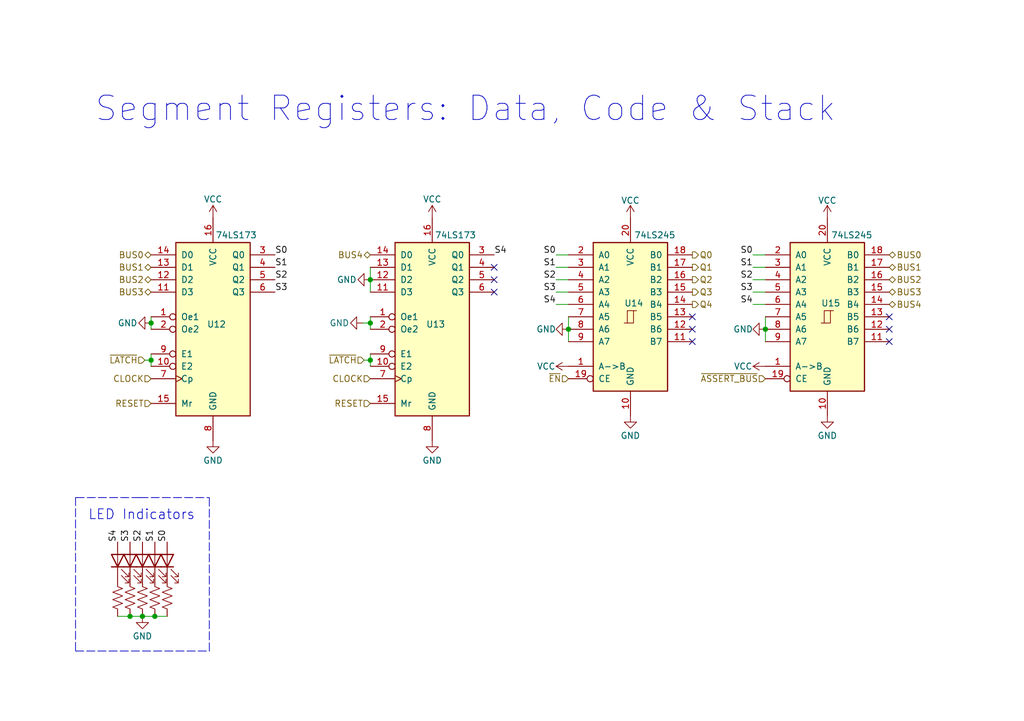
<source format=kicad_sch>
(kicad_sch (version 20211123) (generator eeschema)
  (paper "A5")
  (lib_symbols
    (symbol "74xx:74LS173" (pin_names (offset 1.016))
      (property "Reference" "U" (at -7.62 19.05 0))
      (property "Value" "74LS173" (at -7.62 -19.05 0))
      (symbol "74LS173_1_0"
        (pin input inverted (at -12.7 2.54 0) (length 5.08) (name "Oe1") (number "1"))
        (pin input inverted (at -12.7 -7.62 0) (length 5.08) (name "E2") (number "10"))
        (pin input line (at -12.7 7.62 0) (length 5.08) (name "D3") (number "11"))
        (pin input line (at -12.7 10.16 0) (length 5.08) (name "D2") (number "12"))
        (pin input line (at -12.7 12.7 0) (length 5.08) (name "D1") (number "13"))
        (pin input line (at -12.7 15.24 0) (length 5.08) (name "D0") (number "14"))
        (pin input line (at -12.7 -15.24 0) (length 5.08) (name "Mr") (number "15"))
        (pin power_in line (at 0 22.86 270) (length 5.08) (name "VCC") (number "16"))
        (pin input inverted (at -12.7 0 0) (length 5.08) (name "Oe2") (number "2"))
        (pin tri_state line (at 12.7 15.24 180) (length 5.08) (name "Q0") (number "3"))
        (pin tri_state line (at 12.7 12.7 180) (length 5.08) (name "Q1") (number "4"))
        (pin tri_state line (at 12.7 10.16 180) (length 5.08) (name "Q2") (number "5"))
        (pin tri_state line (at 12.7 7.62 180) (length 5.08) (name "Q3") (number "6"))
        (pin input clock (at -12.7 -10.16 0) (length 5.08) (name "Cp") (number "7"))
        (pin power_in line (at 0 -22.86 90) (length 5.08) (name "GND") (number "8"))
        (pin input inverted (at -12.7 -5.08 0) (length 5.08) (name "E1") (number "9"))
      )
      (symbol "74LS173_1_1"
        (rectangle (start -7.62 17.78) (end 7.62 -17.78) (stroke (width 0.254)) (fill (type background)))
      )
    )
    (symbol "74xx:74LS245" (pin_names (offset 1.016))
      (property "Reference" "U" (at -7.62 16.51 0))
      (property "Value" "74LS245" (at -7.62 -16.51 0))
      (symbol "74LS245_1_0"
        (polyline (pts (xy -0.635 -1.27) (xy -0.635 1.27) (xy 0.635 1.27)))
        (polyline (pts (xy -1.27 -1.27) (xy 0.635 -1.27) (xy 0.635 1.27) (xy 1.27 1.27)))
        (pin input line (at -12.7 -10.16 0) (length 5.08) (name "A->B") (number "1"))
        (pin power_in line (at 0 -20.32 90) (length 5.08) (name "GND") (number "10"))
        (pin tri_state line (at 12.7 -5.08 180) (length 5.08) (name "B7") (number "11"))
        (pin tri_state line (at 12.7 -2.54 180) (length 5.08) (name "B6") (number "12"))
        (pin tri_state line (at 12.7 0 180) (length 5.08) (name "B5") (number "13"))
        (pin tri_state line (at 12.7 2.54 180) (length 5.08) (name "B4") (number "14"))
        (pin tri_state line (at 12.7 5.08 180) (length 5.08) (name "B3") (number "15"))
        (pin tri_state line (at 12.7 7.62 180) (length 5.08) (name "B2") (number "16"))
        (pin tri_state line (at 12.7 10.16 180) (length 5.08) (name "B1") (number "17"))
        (pin tri_state line (at 12.7 12.7 180) (length 5.08) (name "B0") (number "18"))
        (pin input inverted (at -12.7 -12.7 0) (length 5.08) (name "CE") (number "19"))
        (pin tri_state line (at -12.7 12.7 0) (length 5.08) (name "A0") (number "2"))
        (pin power_in line (at 0 20.32 270) (length 5.08) (name "VCC") (number "20"))
        (pin tri_state line (at -12.7 10.16 0) (length 5.08) (name "A1") (number "3"))
        (pin tri_state line (at -12.7 7.62 0) (length 5.08) (name "A2") (number "4"))
        (pin tri_state line (at -12.7 5.08 0) (length 5.08) (name "A3") (number "5"))
        (pin tri_state line (at -12.7 2.54 0) (length 5.08) (name "A4") (number "6"))
        (pin tri_state line (at -12.7 0 0) (length 5.08) (name "A5") (number "7"))
        (pin tri_state line (at -12.7 -2.54 0) (length 5.08) (name "A6") (number "8"))
        (pin tri_state line (at -12.7 -5.08 0) (length 5.08) (name "A7") (number "9"))
      )
      (symbol "74LS245_1_1"
        (rectangle (start -7.62 15.24) (end 7.62 -15.24) (stroke (width 0.254)) (fill (type background)))
      )
    )
    (symbol "Device:LED" (pin_numbers hide) (pin_names (offset 1.016) hide)
      (property "Reference" "D" (at 0 2.54 0))
      (property "Value" "LED" (at 0 -2.54 0))
      (symbol "LED_0_1"
        (polyline (pts (xy -1.27 -1.27) (xy -1.27 1.27)) (stroke (width 0.254)))
        (polyline (pts (xy -1.27 0) (xy 1.27 0)))
        (polyline (pts (xy 1.27 -1.27) (xy 1.27 1.27) (xy -1.27 0) (xy 1.27 -1.27)) (stroke (width 0.254)))
        (polyline (pts (xy -3.048 -0.762) (xy -4.572 -2.286) (xy -3.81 -2.286) (xy -4.572 -2.286) (xy -4.572 -1.524)))
        (polyline (pts (xy -1.778 -0.762) (xy -3.302 -2.286) (xy -2.54 -2.286) (xy -3.302 -2.286) (xy -3.302 -1.524)))
      )
      (symbol "LED_1_1"
        (pin passive line (at -3.81 0 0) (length 2.54) (name "K") (number "1"))
        (pin passive line (at 3.81 0 180) (length 2.54) (name "A") (number "2"))
      )
    )
    (symbol "Device:R_US" (pin_numbers hide) (pin_names (offset 0))
      (property "Reference" "R" (at 2.54 0 90))
      (property "Value" "R_US" (at -2.54 0 90))
      (symbol "R_US_0_1"
        (polyline (pts (xy 0 -2.286) (xy 0 -2.54)))
        (polyline (pts (xy 0 2.286) (xy 0 2.54)))
        (polyline (pts (xy 0 -0.762) (xy 1.016 -1.143) (xy 0 -1.524) (xy -1.016 -1.905) (xy 0 -2.286)))
        (polyline (pts (xy 0 0.762) (xy 1.016 0.381) (xy 0 0) (xy -1.016 -0.381) (xy 0 -0.762)))
        (polyline (pts (xy 0 2.286) (xy 1.016 1.905) (xy 0 1.524) (xy -1.016 1.143) (xy 0 0.762)))
      )
      (symbol "R_US_1_1"
        (pin passive line (at 0 3.81 270) (length 1.27) (name "~") (number "1"))
        (pin passive line (at 0 -3.81 90) (length 1.27) (name "~") (number "2"))
      )
    )
    (symbol "power:GND" (power) (pin_names (offset 0))
      (property "Value" "GND" (at 0 -3.81 0))
      (symbol "GND_0_1"
        (polyline (pts (xy 0 0) (xy 0 -1.27) (xy 1.27 -1.27) (xy 0 -2.54) (xy -1.27 -1.27) (xy 0 -1.27)))
      )
      (symbol "GND_1_1"
        (pin power_in line (at 0 0 270) (length 0) hide (name "GND") (number "1"))
      )
    )
    (symbol "power:VCC" (power) (pin_names (offset 0))
      (property "Value" "VCC" (at 0 3.81 0))
      (symbol "VCC_0_1"
        (polyline (pts (xy -0.762 1.27) (xy 0 2.54)))
        (polyline (pts (xy 0 0) (xy 0 2.54)))
        (polyline (pts (xy 0 2.54) (xy 0.762 1.27)))
      )
      (symbol "VCC_1_1"
        (pin power_in line (at 0 0 90) (length 0) hide (name "VCC") (number "1"))
      )
    )
  )
  (junction (at 26.67 126.492))
  (junction (at 116.586 67.564))
  (junction (at 75.946 57.404))
  (junction (at 30.988 66.294))
  (junction (at 29.21 126.492))
  (junction (at 30.988 73.914))
  (junction (at 75.946 66.294))
  (junction (at 156.972 67.564))
  (junction (at 75.946 73.914))
  (junction (at 31.75 126.492))
  (no_connect (at 182.372 65.024))
  (no_connect (at 101.346 54.864))
  (no_connect (at 141.986 70.104))
  (no_connect (at 141.986 65.024))
  (no_connect (at 141.986 67.564))
  (no_connect (at 182.372 70.104))
  (no_connect (at 101.346 57.404))
  (no_connect (at 101.346 59.944))
  (no_connect (at 182.372 67.564))
  (wire (pts (xy 30.988 65.024) (xy 30.988 66.294)))
  (wire (pts (xy 30.988 66.294) (xy 30.988 67.564)))
  (wire (pts (xy 75.946 72.644) (xy 75.946 73.914)))
  (wire (pts (xy 31.75 126.492) (xy 34.29 126.492)))
  (polyline (pts (xy 15.494 102.108) (xy 15.494 133.604)))
  (wire (pts (xy 26.67 126.492) (xy 29.21 126.492)))
  (wire (pts (xy 75.946 54.864) (xy 75.946 57.404)))
  (wire (pts (xy 114.046 52.324) (xy 116.586 52.324)))
  (wire (pts (xy 156.972 67.564) (xy 156.972 70.104)))
  (wire (pts (xy 114.046 59.944) (xy 116.586 59.944)))
  (wire (pts (xy 114.046 54.864) (xy 116.586 54.864)))
  (wire (pts (xy 114.046 62.484) (xy 116.586 62.484)))
  (wire (pts (xy 154.432 52.324) (xy 156.972 52.324)))
  (wire (pts (xy 75.946 65.024) (xy 75.946 66.294)))
  (wire (pts (xy 24.13 126.492) (xy 26.67 126.492)))
  (wire (pts (xy 154.432 62.484) (xy 156.972 62.484)))
  (wire (pts (xy 30.988 73.914) (xy 30.988 75.184)))
  (wire (pts (xy 154.432 59.944) (xy 156.972 59.944)))
  (wire (pts (xy 74.422 66.294) (xy 75.946 66.294)))
  (polyline (pts (xy 28.702 102.108) (xy 15.494 102.108)))
  (polyline (pts (xy 28.702 102.108) (xy 42.926 102.108)))
  (wire (pts (xy 75.946 57.404) (xy 75.946 59.944)))
  (wire (pts (xy 29.21 126.492) (xy 31.75 126.492)))
  (wire (pts (xy 30.988 72.644) (xy 30.988 73.914)))
  (wire (pts (xy 116.586 67.564) (xy 116.586 70.104)))
  (wire (pts (xy 29.718 73.914) (xy 30.988 73.914)))
  (wire (pts (xy 75.946 66.294) (xy 75.946 67.564)))
  (wire (pts (xy 75.946 73.914) (xy 75.946 75.184)))
  (wire (pts (xy 154.432 57.404) (xy 156.972 57.404)))
  (wire (pts (xy 74.676 73.914) (xy 75.946 73.914)))
  (wire (pts (xy 154.432 54.864) (xy 156.972 54.864)))
  (polyline (pts (xy 15.494 133.604) (xy 42.926 133.604)))
  (wire (pts (xy 116.586 65.024) (xy 116.586 67.564)))
  (wire (pts (xy 156.972 65.024) (xy 156.972 67.564)))
  (wire (pts (xy 114.046 57.404) (xy 116.586 57.404)))
  (polyline (pts (xy 42.926 133.604) (xy 42.926 102.108)))
  (text "Segment Registers: Data, Code & Stack" (at 19.304 25.4 0) (effects (font (size 5 5)) (justify left bottom)))
  (text "LED Indicators" (at 18.034 106.934 0) (effects (font (size 2 2)) (justify left bottom)))
  (label "S3" (at 114.046 59.944 180))
  (label "S1" (at 114.046 54.864 180))
  (label "S4" (at 101.346 52.324 0))
  (label "S3" (at 26.67 111.252 90))
  (label "S3" (at 154.432 59.944 180))
  (label "S4" (at 24.13 111.252 90))
  (label "S1" (at 31.75 111.252 90))
  (label "S2" (at 114.046 57.404 180))
  (label "S3" (at 56.388 59.944 0))
  (label "S2" (at 29.21 111.252 90))
  (label "S4" (at 114.046 62.484 180))
  (label "S4" (at 154.432 62.484 180))
  (label "S0" (at 154.432 52.324 180))
  (label "S2" (at 154.432 57.404 180))
  (label "S0" (at 34.29 111.252 90))
  (label "S0" (at 56.388 52.324 0))
  (label "S1" (at 154.432 54.864 180))
  (label "S0" (at 114.046 52.324 180))
  (label "S2" (at 56.388 57.404 0))
  (label "S1" (at 56.388 54.864 0))
  (hierarchical_label "~{ASSERT_BUS}" (shape input) (at 156.972 77.724 180))
  (hierarchical_label "~{LATCH}" (shape input) (at 74.676 73.914 180))
  (hierarchical_label "Q2" (shape output) (at 141.986 57.404 0))
  (hierarchical_label "CLOCK" (shape input) (at 30.988 77.724 180))
  (hierarchical_label "RESET" (shape input) (at 30.988 82.804 180))
  (hierarchical_label "Q3" (shape output) (at 141.986 59.944 0))
  (hierarchical_label "BUS0" (shape tri_state) (at 30.988 52.324 180))
  (hierarchical_label "~{EN}" (shape input) (at 116.586 77.724 180))
  (hierarchical_label "BUS2" (shape tri_state) (at 182.372 57.404 0))
  (hierarchical_label "Q4" (shape output) (at 141.986 62.484 0))
  (hierarchical_label "Q0" (shape output) (at 141.986 52.324 0))
  (hierarchical_label "CLOCK" (shape input) (at 75.946 77.724 180))
  (hierarchical_label "BUS1" (shape tri_state) (at 30.988 54.864 180))
  (hierarchical_label "BUS3" (shape tri_state) (at 182.372 59.944 0))
  (hierarchical_label "Q1" (shape output) (at 141.986 54.864 0))
  (hierarchical_label "BUS1" (shape tri_state) (at 182.372 54.864 0))
  (hierarchical_label "BUS4" (shape tri_state) (at 182.372 62.484 0))
  (hierarchical_label "BUS4" (shape tri_state) (at 75.946 52.324 180))
  (hierarchical_label "BUS2" (shape tri_state) (at 30.988 57.404 180))
  (hierarchical_label "~{LATCH}" (shape input) (at 29.718 73.914 180))
  (hierarchical_label "BUS0" (shape tri_state) (at 182.372 52.324 0))
  (hierarchical_label "RESET" (shape input) (at 75.946 82.804 180))
  (hierarchical_label "BUS3" (shape tri_state) (at 30.988 59.944 180))
  (symbol (lib_id "power:VCC") (at 169.672 44.704 0)
    (property "Reference" "#PWR072" (effects hide))
    (property "Value" "VCC" (at 169.672 41.148 0))
  )
  (symbol (lib_id "power:GND") (at 88.646 90.424 0)
    (property "Reference" "#PWR064" (effects hide))
    (property "Value" "GND" (at 88.646 94.488 0))
  )
  (symbol (lib_id "Device:R_US") (at 31.75 122.682 180)
    (property "Reference" "R39" (effects hide))
    (property "Value" "R_US" (effects hide))
    (property "Footprint" "Resistor_SMD:R_0805_2012Metric" (effects hide))
  )
  (symbol (lib_id "power:VCC") (at 156.972 75.184 90)
    (property "Reference" "#PWR071" (effects hide))
    (property "Value" "VCC" (at 152.4 75.184 90))
  )
  (symbol (lib_id "power:GND") (at 30.988 66.294 270)
    (property "Reference" "#PWR058" (effects hide))
    (property "Value" "GND" (at 26.162 66.294 90))
  )
  (symbol (lib_id "Device:LED") (at 24.13 115.062 90)
    (property "Reference" "D35" (effects hide))
    (property "Value" "LED" (effects hide))
    (property "Footprint" "LED_SMD:LED_0805_2012Metric" (effects hide))
  )
  (symbol (lib_id "74xx:74LS173") (at 43.688 67.564 0)
    (property "Reference" "U12" (at 42.418 66.548 0) (effects (justify left)))
    (property "Value" "74LS173" (at 44.196 48.26 0) (effects (justify left)))
    (property "Footprint" "Package_SO:SO-16_3.9x9.9mm_P1.27mm" (effects hide))
    (property "Datasheet" "http://www.ti.com/lit/gpn/sn74LS173" (effects hide))
  )
  (symbol (lib_id "Device:R_US") (at 24.13 122.682 180)
    (property "Reference" "R36" (effects hide))
    (property "Value" "R_US" (effects hide))
    (property "Footprint" "Resistor_SMD:R_0805_2012Metric" (effects hide))
  )
  (symbol (lib_id "power:GND") (at 29.21 126.492 0)
    (property "Reference" "#PWR065" (effects hide))
    (property "Value" "GND" (at 29.21 130.556 0))
  )
  (symbol (lib_id "Device:LED") (at 31.75 115.062 90)
    (property "Reference" "D38" (effects hide))
    (property "Value" "LED" (effects hide))
    (property "Footprint" "LED_SMD:LED_0805_2012Metric" (effects hide))
  )
  (symbol (lib_id "power:GND") (at 74.422 66.294 270)
    (property "Reference" "#PWR061" (effects hide))
    (property "Value" "GND" (at 69.596 66.294 90))
  )
  (symbol (lib_id "Device:LED") (at 29.21 115.062 90)
    (property "Reference" "D37" (effects hide))
    (property "Value" "LED" (effects hide))
    (property "Footprint" "LED_SMD:LED_0805_2012Metric" (effects hide))
  )
  (symbol (lib_id "Device:LED") (at 26.67 115.062 90)
    (property "Reference" "D36" (effects hide))
    (property "Value" "LED" (effects hide))
    (property "Footprint" "LED_SMD:LED_0805_2012Metric" (effects hide))
  )
  (symbol (lib_id "power:VCC") (at 43.688 44.704 0)
    (property "Reference" "#PWR059" (effects hide))
    (property "Value" "VCC" (at 43.688 40.894 0))
  )
  (symbol (lib_id "power:GND") (at 129.286 85.344 0)
    (property "Reference" "#PWR069" (effects hide))
    (property "Value" "GND" (at 129.286 89.408 0))
  )
  (symbol (lib_id "74xx:74LS173") (at 88.646 67.564 0)
    (property "Reference" "U13" (at 87.376 66.548 0) (effects (justify left)))
    (property "Value" "74LS173" (at 89.154 48.26 0) (effects (justify left)))
    (property "Footprint" "Package_SO:SO-16_3.9x9.9mm_P1.27mm" (effects hide))
    (property "Datasheet" "http://www.ti.com/lit/gpn/sn74LS173" (effects hide))
  )
  (symbol (lib_id "power:GND") (at 116.586 67.564 270)
    (property "Reference" "#PWR066" (effects hide))
    (property "Value" "GND" (at 112.014 67.564 90))
  )
  (symbol (lib_id "74xx:74LS245") (at 129.286 65.024 0)
    (property "Reference" "U14" (at 128.016 62.23 0) (effects (justify left)))
    (property "Value" "74LS245" (at 130.048 48.26 0) (effects (justify left)))
    (property "Footprint" "Package_SO:SO-20_12.8x7.5mm_P1.27mm" (effects hide))
    (property "Datasheet" "http://www.ti.com/lit/gpn/sn74LS245" (effects hide))
  )
  (symbol (lib_id "Device:R_US") (at 26.67 122.682 180)
    (property "Reference" "R37" (effects hide))
    (property "Value" "R_US" (effects hide))
    (property "Footprint" "Resistor_SMD:R_0805_2012Metric" (effects hide))
  )
  (symbol (lib_id "power:GND") (at 75.946 57.404 270)
    (property "Reference" "#PWR062" (effects hide))
    (property "Value" "GND" (at 71.12 57.404 90))
  )
  (symbol (lib_id "power:GND") (at 156.972 67.564 270)
    (property "Reference" "#PWR070" (effects hide))
    (property "Value" "GND" (at 152.4 67.564 90))
  )
  (symbol (lib_id "power:VCC") (at 129.286 44.704 0)
    (property "Reference" "#PWR068" (effects hide))
    (property "Value" "VCC" (at 129.286 41.148 0))
  )
  (symbol (lib_id "Device:R_US") (at 34.29 122.682 180)
    (property "Reference" "R40" (effects hide))
    (property "Value" "R_US" (effects hide))
    (property "Footprint" "Resistor_SMD:R_0805_2012Metric" (effects hide))
  )
  (symbol (lib_id "power:VCC") (at 116.586 75.184 90)
    (property "Reference" "#PWR067" (effects hide))
    (property "Value" "VCC" (at 112.014 75.184 90))
  )
  (symbol (lib_id "power:GND") (at 43.688 90.424 0)
    (property "Reference" "#PWR060" (effects hide))
    (property "Value" "GND" (at 43.688 94.488 0))
  )
  (symbol (lib_id "Device:LED") (at 34.29 115.062 90)
    (property "Reference" "D39" (effects hide))
    (property "Value" "LED" (effects hide))
    (property "Footprint" "LED_SMD:LED_0805_2012Metric" (effects hide))
  )
  (symbol (lib_id "Device:R_US") (at 29.21 122.682 180)
    (property "Reference" "R38" (effects hide))
    (property "Value" "R_US" (effects hide))
    (property "Footprint" "Resistor_SMD:R_0805_2012Metric" (effects hide))
  )
  (symbol (lib_id "power:GND") (at 169.672 85.344 0)
    (property "Reference" "#PWR073" (effects hide))
    (property "Value" "GND" (at 169.672 89.408 0))
  )
  (symbol (lib_id "power:VCC") (at 88.646 44.704 0)
    (property "Reference" "#PWR063" (effects hide))
    (property "Value" "VCC" (at 88.646 40.894 0))
  )
  (symbol (lib_id "74xx:74LS245") (at 169.672 65.024 0)
    (property "Reference" "U15" (at 168.402 62.23 0) (effects (justify left)))
    (property "Value" "74LS245" (at 170.434 48.26 0) (effects (justify left)))
    (property "Footprint" "Package_SO:SO-20_12.8x7.5mm_P1.27mm" (effects hide))
    (property "Datasheet" "http://www.ti.com/lit/gpn/sn74LS245" (effects hide))
  )
)
</source>
